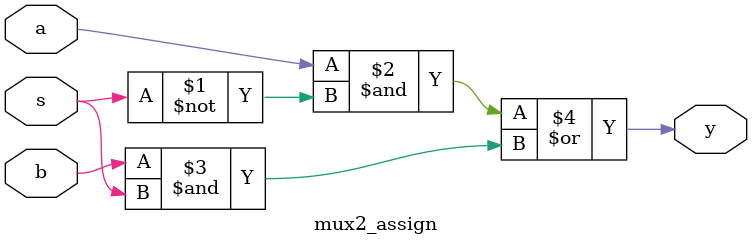
<source format=v>
module mux2_assign (
   input    a,
   input    b,
   input    s,
   output   y
   );
   
   assign y = a & ~s | b & s;
   
endmodule

</source>
